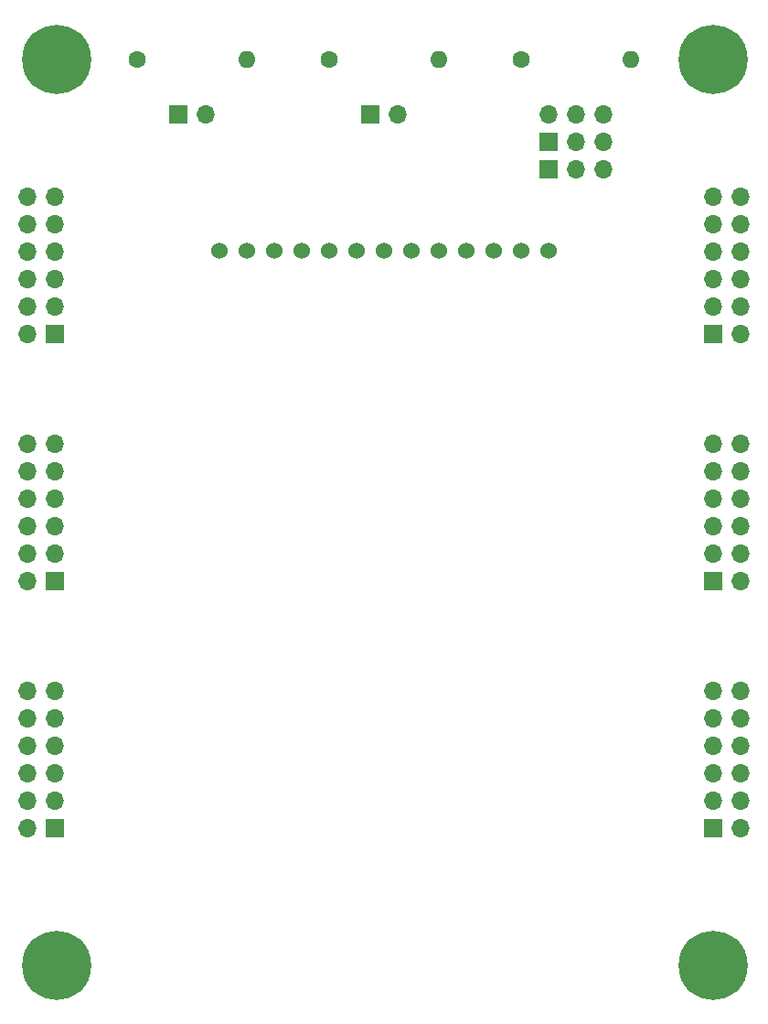
<source format=gbr>
%TF.GenerationSoftware,KiCad,Pcbnew,(6.0.1)*%
%TF.CreationDate,2022-02-11T12:09:15+01:00*%
%TF.ProjectId,pn5180_board,706e3531-3830-45f6-926f-6172642e6b69,rev?*%
%TF.SameCoordinates,Original*%
%TF.FileFunction,Soldermask,Top*%
%TF.FilePolarity,Negative*%
%FSLAX46Y46*%
G04 Gerber Fmt 4.6, Leading zero omitted, Abs format (unit mm)*
G04 Created by KiCad (PCBNEW (6.0.1)) date 2022-02-11 12:09:15*
%MOMM*%
%LPD*%
G01*
G04 APERTURE LIST*
%ADD10R,1.700000X1.700000*%
%ADD11O,1.700000X1.700000*%
%ADD12C,0.800000*%
%ADD13C,6.400000*%
%ADD14C,1.600000*%
%ADD15O,1.600000X1.600000*%
%ADD16C,1.524000*%
G04 APERTURE END LIST*
D10*
%TO.C,J1*%
X63500000Y-119380000D03*
D11*
X60960000Y-119380000D03*
X63500000Y-116840000D03*
X60960000Y-116840000D03*
X63500000Y-114300000D03*
X60960000Y-114300000D03*
X63500000Y-111760000D03*
X60960000Y-111760000D03*
X63500000Y-109220000D03*
X60960000Y-109220000D03*
X63500000Y-106680000D03*
X60960000Y-106680000D03*
%TD*%
D10*
%TO.C,J2*%
X63500000Y-96520000D03*
D11*
X60960000Y-96520000D03*
X63500000Y-93980000D03*
X60960000Y-93980000D03*
X63500000Y-91440000D03*
X60960000Y-91440000D03*
X63500000Y-88900000D03*
X60960000Y-88900000D03*
X63500000Y-86360000D03*
X60960000Y-86360000D03*
X63500000Y-83820000D03*
X60960000Y-83820000D03*
%TD*%
D10*
%TO.C,J3*%
X63500000Y-73660000D03*
D11*
X60960000Y-73660000D03*
X63500000Y-71120000D03*
X60960000Y-71120000D03*
X63500000Y-68580000D03*
X60960000Y-68580000D03*
X63500000Y-66040000D03*
X60960000Y-66040000D03*
X63500000Y-63500000D03*
X60960000Y-63500000D03*
X63500000Y-60960000D03*
X60960000Y-60960000D03*
%TD*%
D10*
%TO.C,J7*%
X124460000Y-119380000D03*
D11*
X127000000Y-119380000D03*
X124460000Y-116840000D03*
X127000000Y-116840000D03*
X124460000Y-114300000D03*
X127000000Y-114300000D03*
X124460000Y-111760000D03*
X127000000Y-111760000D03*
X124460000Y-109220000D03*
X127000000Y-109220000D03*
X124460000Y-106680000D03*
X127000000Y-106680000D03*
%TD*%
D10*
%TO.C,J8*%
X124460000Y-96520000D03*
D11*
X127000000Y-96520000D03*
X124460000Y-93980000D03*
X127000000Y-93980000D03*
X124460000Y-91440000D03*
X127000000Y-91440000D03*
X124460000Y-88900000D03*
X127000000Y-88900000D03*
X124460000Y-86360000D03*
X127000000Y-86360000D03*
X124460000Y-83820000D03*
X127000000Y-83820000D03*
%TD*%
D10*
%TO.C,J9*%
X124460000Y-73660000D03*
D11*
X127000000Y-73660000D03*
X124460000Y-71120000D03*
X127000000Y-71120000D03*
X124460000Y-68580000D03*
X127000000Y-68580000D03*
X124460000Y-66040000D03*
X127000000Y-66040000D03*
X124460000Y-63500000D03*
X127000000Y-63500000D03*
X124460000Y-60960000D03*
X127000000Y-60960000D03*
%TD*%
D12*
%TO.C,H1*%
X66040000Y-48260000D03*
X61942944Y-49957056D03*
X63640000Y-45860000D03*
X65337056Y-46562944D03*
X63640000Y-50660000D03*
X61240000Y-48260000D03*
X65337056Y-49957056D03*
D13*
X63640000Y-48260000D03*
D12*
X61942944Y-46562944D03*
%TD*%
D13*
%TO.C,H2*%
X63640000Y-132080000D03*
D12*
X63640000Y-134480000D03*
X66040000Y-132080000D03*
X65337056Y-133777056D03*
X61240000Y-132080000D03*
X61942944Y-130382944D03*
X65337056Y-130382944D03*
X63640000Y-129680000D03*
X61942944Y-133777056D03*
%TD*%
%TO.C,H3*%
X126860000Y-48260000D03*
D13*
X124460000Y-48260000D03*
D12*
X124460000Y-45860000D03*
X122060000Y-48260000D03*
X126157056Y-46562944D03*
X124460000Y-50660000D03*
X122762944Y-49957056D03*
X122762944Y-46562944D03*
X126157056Y-49957056D03*
%TD*%
%TO.C,H4*%
X122762944Y-133777056D03*
X122060000Y-132080000D03*
X122762944Y-130382944D03*
X126157056Y-130382944D03*
X126860000Y-132080000D03*
X124460000Y-134480000D03*
D13*
X124460000Y-132080000D03*
D12*
X126157056Y-133777056D03*
X124460000Y-129680000D03*
%TD*%
D14*
%TO.C,R2*%
X88900000Y-48260000D03*
D15*
X99060000Y-48260000D03*
%TD*%
D14*
%TO.C,R1*%
X71120000Y-48260000D03*
D15*
X81280000Y-48260000D03*
%TD*%
D14*
%TO.C,R3*%
X106680000Y-48260000D03*
D15*
X116840000Y-48260000D03*
%TD*%
D16*
%TO.C,U1*%
X78740000Y-66000000D03*
X81280000Y-66000000D03*
X83820000Y-66000000D03*
X86360000Y-66000000D03*
X88900000Y-66000000D03*
X91440000Y-66000000D03*
X93980000Y-66000000D03*
X96520000Y-66000000D03*
X99060000Y-66000000D03*
X101600000Y-66000000D03*
X104140000Y-66000000D03*
X106680000Y-66000000D03*
X109220000Y-66000000D03*
%TD*%
D10*
%TO.C,J6*%
X92710000Y-53340000D03*
D11*
X95250000Y-53340000D03*
%TD*%
D10*
%TO.C,J4*%
X109220000Y-55880000D03*
D11*
X109220000Y-53340000D03*
X111760000Y-55880000D03*
X111760000Y-53340000D03*
X114300000Y-55880000D03*
X114300000Y-53340000D03*
%TD*%
D10*
%TO.C,J10*%
X109220000Y-58420000D03*
D11*
X111760000Y-58420000D03*
X114300000Y-58420000D03*
%TD*%
D10*
%TO.C,J5*%
X74930000Y-53340000D03*
D11*
X77470000Y-53340000D03*
%TD*%
M02*

</source>
